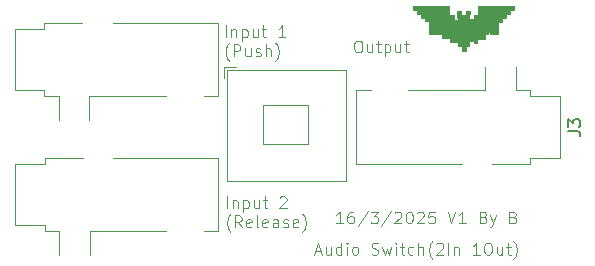
<source format=gbr>
%TF.GenerationSoftware,KiCad,Pcbnew,8.0.8*%
%TF.CreationDate,2025-03-16T01:19:43+08:00*%
%TF.ProjectId,TwoWayAudioSwitch-V1,54776f57-6179-4417-9564-696f53776974,rev?*%
%TF.SameCoordinates,Original*%
%TF.FileFunction,Legend,Top*%
%TF.FilePolarity,Positive*%
%FSLAX46Y46*%
G04 Gerber Fmt 4.6, Leading zero omitted, Abs format (unit mm)*
G04 Created by KiCad (PCBNEW 8.0.8) date 2025-03-16 01:19:43*
%MOMM*%
%LPD*%
G01*
G04 APERTURE LIST*
%ADD10C,0.100000*%
%ADD11C,0.150000*%
%ADD12C,0.120000*%
%ADD13C,0.000000*%
G04 APERTURE END LIST*
D10*
X136663760Y-67960419D02*
X136854236Y-67960419D01*
X136854236Y-67960419D02*
X136949474Y-68008038D01*
X136949474Y-68008038D02*
X137044712Y-68103276D01*
X137044712Y-68103276D02*
X137092331Y-68293752D01*
X137092331Y-68293752D02*
X137092331Y-68627085D01*
X137092331Y-68627085D02*
X137044712Y-68817561D01*
X137044712Y-68817561D02*
X136949474Y-68912800D01*
X136949474Y-68912800D02*
X136854236Y-68960419D01*
X136854236Y-68960419D02*
X136663760Y-68960419D01*
X136663760Y-68960419D02*
X136568522Y-68912800D01*
X136568522Y-68912800D02*
X136473284Y-68817561D01*
X136473284Y-68817561D02*
X136425665Y-68627085D01*
X136425665Y-68627085D02*
X136425665Y-68293752D01*
X136425665Y-68293752D02*
X136473284Y-68103276D01*
X136473284Y-68103276D02*
X136568522Y-68008038D01*
X136568522Y-68008038D02*
X136663760Y-67960419D01*
X137949474Y-68293752D02*
X137949474Y-68960419D01*
X137520903Y-68293752D02*
X137520903Y-68817561D01*
X137520903Y-68817561D02*
X137568522Y-68912800D01*
X137568522Y-68912800D02*
X137663760Y-68960419D01*
X137663760Y-68960419D02*
X137806617Y-68960419D01*
X137806617Y-68960419D02*
X137901855Y-68912800D01*
X137901855Y-68912800D02*
X137949474Y-68865180D01*
X138282808Y-68293752D02*
X138663760Y-68293752D01*
X138425665Y-67960419D02*
X138425665Y-68817561D01*
X138425665Y-68817561D02*
X138473284Y-68912800D01*
X138473284Y-68912800D02*
X138568522Y-68960419D01*
X138568522Y-68960419D02*
X138663760Y-68960419D01*
X138997094Y-68293752D02*
X138997094Y-69293752D01*
X138997094Y-68341371D02*
X139092332Y-68293752D01*
X139092332Y-68293752D02*
X139282808Y-68293752D01*
X139282808Y-68293752D02*
X139378046Y-68341371D01*
X139378046Y-68341371D02*
X139425665Y-68388990D01*
X139425665Y-68388990D02*
X139473284Y-68484228D01*
X139473284Y-68484228D02*
X139473284Y-68769942D01*
X139473284Y-68769942D02*
X139425665Y-68865180D01*
X139425665Y-68865180D02*
X139378046Y-68912800D01*
X139378046Y-68912800D02*
X139282808Y-68960419D01*
X139282808Y-68960419D02*
X139092332Y-68960419D01*
X139092332Y-68960419D02*
X138997094Y-68912800D01*
X140330427Y-68293752D02*
X140330427Y-68960419D01*
X139901856Y-68293752D02*
X139901856Y-68817561D01*
X139901856Y-68817561D02*
X139949475Y-68912800D01*
X139949475Y-68912800D02*
X140044713Y-68960419D01*
X140044713Y-68960419D02*
X140187570Y-68960419D01*
X140187570Y-68960419D02*
X140282808Y-68912800D01*
X140282808Y-68912800D02*
X140330427Y-68865180D01*
X140663761Y-68293752D02*
X141044713Y-68293752D01*
X140806618Y-67960419D02*
X140806618Y-68817561D01*
X140806618Y-68817561D02*
X140854237Y-68912800D01*
X140854237Y-68912800D02*
X140949475Y-68960419D01*
X140949475Y-68960419D02*
X141044713Y-68960419D01*
X125652884Y-82158675D02*
X125652884Y-81158675D01*
X126129074Y-81492008D02*
X126129074Y-82158675D01*
X126129074Y-81587246D02*
X126176693Y-81539627D01*
X126176693Y-81539627D02*
X126271931Y-81492008D01*
X126271931Y-81492008D02*
X126414788Y-81492008D01*
X126414788Y-81492008D02*
X126510026Y-81539627D01*
X126510026Y-81539627D02*
X126557645Y-81634865D01*
X126557645Y-81634865D02*
X126557645Y-82158675D01*
X127033836Y-81492008D02*
X127033836Y-82492008D01*
X127033836Y-81539627D02*
X127129074Y-81492008D01*
X127129074Y-81492008D02*
X127319550Y-81492008D01*
X127319550Y-81492008D02*
X127414788Y-81539627D01*
X127414788Y-81539627D02*
X127462407Y-81587246D01*
X127462407Y-81587246D02*
X127510026Y-81682484D01*
X127510026Y-81682484D02*
X127510026Y-81968198D01*
X127510026Y-81968198D02*
X127462407Y-82063436D01*
X127462407Y-82063436D02*
X127414788Y-82111056D01*
X127414788Y-82111056D02*
X127319550Y-82158675D01*
X127319550Y-82158675D02*
X127129074Y-82158675D01*
X127129074Y-82158675D02*
X127033836Y-82111056D01*
X128367169Y-81492008D02*
X128367169Y-82158675D01*
X127938598Y-81492008D02*
X127938598Y-82015817D01*
X127938598Y-82015817D02*
X127986217Y-82111056D01*
X127986217Y-82111056D02*
X128081455Y-82158675D01*
X128081455Y-82158675D02*
X128224312Y-82158675D01*
X128224312Y-82158675D02*
X128319550Y-82111056D01*
X128319550Y-82111056D02*
X128367169Y-82063436D01*
X128700503Y-81492008D02*
X129081455Y-81492008D01*
X128843360Y-81158675D02*
X128843360Y-82015817D01*
X128843360Y-82015817D02*
X128890979Y-82111056D01*
X128890979Y-82111056D02*
X128986217Y-82158675D01*
X128986217Y-82158675D02*
X129081455Y-82158675D01*
X130129075Y-81253913D02*
X130176694Y-81206294D01*
X130176694Y-81206294D02*
X130271932Y-81158675D01*
X130271932Y-81158675D02*
X130510027Y-81158675D01*
X130510027Y-81158675D02*
X130605265Y-81206294D01*
X130605265Y-81206294D02*
X130652884Y-81253913D01*
X130652884Y-81253913D02*
X130700503Y-81349151D01*
X130700503Y-81349151D02*
X130700503Y-81444389D01*
X130700503Y-81444389D02*
X130652884Y-81587246D01*
X130652884Y-81587246D02*
X130081456Y-82158675D01*
X130081456Y-82158675D02*
X130700503Y-82158675D01*
X125938598Y-84149571D02*
X125890979Y-84101952D01*
X125890979Y-84101952D02*
X125795741Y-83959095D01*
X125795741Y-83959095D02*
X125748122Y-83863857D01*
X125748122Y-83863857D02*
X125700503Y-83721000D01*
X125700503Y-83721000D02*
X125652884Y-83482904D01*
X125652884Y-83482904D02*
X125652884Y-83292428D01*
X125652884Y-83292428D02*
X125700503Y-83054333D01*
X125700503Y-83054333D02*
X125748122Y-82911476D01*
X125748122Y-82911476D02*
X125795741Y-82816238D01*
X125795741Y-82816238D02*
X125890979Y-82673380D01*
X125890979Y-82673380D02*
X125938598Y-82625761D01*
X126890979Y-83768619D02*
X126557646Y-83292428D01*
X126319551Y-83768619D02*
X126319551Y-82768619D01*
X126319551Y-82768619D02*
X126700503Y-82768619D01*
X126700503Y-82768619D02*
X126795741Y-82816238D01*
X126795741Y-82816238D02*
X126843360Y-82863857D01*
X126843360Y-82863857D02*
X126890979Y-82959095D01*
X126890979Y-82959095D02*
X126890979Y-83101952D01*
X126890979Y-83101952D02*
X126843360Y-83197190D01*
X126843360Y-83197190D02*
X126795741Y-83244809D01*
X126795741Y-83244809D02*
X126700503Y-83292428D01*
X126700503Y-83292428D02*
X126319551Y-83292428D01*
X127700503Y-83721000D02*
X127605265Y-83768619D01*
X127605265Y-83768619D02*
X127414789Y-83768619D01*
X127414789Y-83768619D02*
X127319551Y-83721000D01*
X127319551Y-83721000D02*
X127271932Y-83625761D01*
X127271932Y-83625761D02*
X127271932Y-83244809D01*
X127271932Y-83244809D02*
X127319551Y-83149571D01*
X127319551Y-83149571D02*
X127414789Y-83101952D01*
X127414789Y-83101952D02*
X127605265Y-83101952D01*
X127605265Y-83101952D02*
X127700503Y-83149571D01*
X127700503Y-83149571D02*
X127748122Y-83244809D01*
X127748122Y-83244809D02*
X127748122Y-83340047D01*
X127748122Y-83340047D02*
X127271932Y-83435285D01*
X128319551Y-83768619D02*
X128224313Y-83721000D01*
X128224313Y-83721000D02*
X128176694Y-83625761D01*
X128176694Y-83625761D02*
X128176694Y-82768619D01*
X129081456Y-83721000D02*
X128986218Y-83768619D01*
X128986218Y-83768619D02*
X128795742Y-83768619D01*
X128795742Y-83768619D02*
X128700504Y-83721000D01*
X128700504Y-83721000D02*
X128652885Y-83625761D01*
X128652885Y-83625761D02*
X128652885Y-83244809D01*
X128652885Y-83244809D02*
X128700504Y-83149571D01*
X128700504Y-83149571D02*
X128795742Y-83101952D01*
X128795742Y-83101952D02*
X128986218Y-83101952D01*
X128986218Y-83101952D02*
X129081456Y-83149571D01*
X129081456Y-83149571D02*
X129129075Y-83244809D01*
X129129075Y-83244809D02*
X129129075Y-83340047D01*
X129129075Y-83340047D02*
X128652885Y-83435285D01*
X129986218Y-83768619D02*
X129986218Y-83244809D01*
X129986218Y-83244809D02*
X129938599Y-83149571D01*
X129938599Y-83149571D02*
X129843361Y-83101952D01*
X129843361Y-83101952D02*
X129652885Y-83101952D01*
X129652885Y-83101952D02*
X129557647Y-83149571D01*
X129986218Y-83721000D02*
X129890980Y-83768619D01*
X129890980Y-83768619D02*
X129652885Y-83768619D01*
X129652885Y-83768619D02*
X129557647Y-83721000D01*
X129557647Y-83721000D02*
X129510028Y-83625761D01*
X129510028Y-83625761D02*
X129510028Y-83530523D01*
X129510028Y-83530523D02*
X129557647Y-83435285D01*
X129557647Y-83435285D02*
X129652885Y-83387666D01*
X129652885Y-83387666D02*
X129890980Y-83387666D01*
X129890980Y-83387666D02*
X129986218Y-83340047D01*
X130414790Y-83721000D02*
X130510028Y-83768619D01*
X130510028Y-83768619D02*
X130700504Y-83768619D01*
X130700504Y-83768619D02*
X130795742Y-83721000D01*
X130795742Y-83721000D02*
X130843361Y-83625761D01*
X130843361Y-83625761D02*
X130843361Y-83578142D01*
X130843361Y-83578142D02*
X130795742Y-83482904D01*
X130795742Y-83482904D02*
X130700504Y-83435285D01*
X130700504Y-83435285D02*
X130557647Y-83435285D01*
X130557647Y-83435285D02*
X130462409Y-83387666D01*
X130462409Y-83387666D02*
X130414790Y-83292428D01*
X130414790Y-83292428D02*
X130414790Y-83244809D01*
X130414790Y-83244809D02*
X130462409Y-83149571D01*
X130462409Y-83149571D02*
X130557647Y-83101952D01*
X130557647Y-83101952D02*
X130700504Y-83101952D01*
X130700504Y-83101952D02*
X130795742Y-83149571D01*
X131652885Y-83721000D02*
X131557647Y-83768619D01*
X131557647Y-83768619D02*
X131367171Y-83768619D01*
X131367171Y-83768619D02*
X131271933Y-83721000D01*
X131271933Y-83721000D02*
X131224314Y-83625761D01*
X131224314Y-83625761D02*
X131224314Y-83244809D01*
X131224314Y-83244809D02*
X131271933Y-83149571D01*
X131271933Y-83149571D02*
X131367171Y-83101952D01*
X131367171Y-83101952D02*
X131557647Y-83101952D01*
X131557647Y-83101952D02*
X131652885Y-83149571D01*
X131652885Y-83149571D02*
X131700504Y-83244809D01*
X131700504Y-83244809D02*
X131700504Y-83340047D01*
X131700504Y-83340047D02*
X131224314Y-83435285D01*
X132033838Y-84149571D02*
X132081457Y-84101952D01*
X132081457Y-84101952D02*
X132176695Y-83959095D01*
X132176695Y-83959095D02*
X132224314Y-83863857D01*
X132224314Y-83863857D02*
X132271933Y-83721000D01*
X132271933Y-83721000D02*
X132319552Y-83482904D01*
X132319552Y-83482904D02*
X132319552Y-83292428D01*
X132319552Y-83292428D02*
X132271933Y-83054333D01*
X132271933Y-83054333D02*
X132224314Y-82911476D01*
X132224314Y-82911476D02*
X132176695Y-82816238D01*
X132176695Y-82816238D02*
X132081457Y-82673380D01*
X132081457Y-82673380D02*
X132033838Y-82625761D01*
X125551284Y-67680675D02*
X125551284Y-66680675D01*
X126027474Y-67014008D02*
X126027474Y-67680675D01*
X126027474Y-67109246D02*
X126075093Y-67061627D01*
X126075093Y-67061627D02*
X126170331Y-67014008D01*
X126170331Y-67014008D02*
X126313188Y-67014008D01*
X126313188Y-67014008D02*
X126408426Y-67061627D01*
X126408426Y-67061627D02*
X126456045Y-67156865D01*
X126456045Y-67156865D02*
X126456045Y-67680675D01*
X126932236Y-67014008D02*
X126932236Y-68014008D01*
X126932236Y-67061627D02*
X127027474Y-67014008D01*
X127027474Y-67014008D02*
X127217950Y-67014008D01*
X127217950Y-67014008D02*
X127313188Y-67061627D01*
X127313188Y-67061627D02*
X127360807Y-67109246D01*
X127360807Y-67109246D02*
X127408426Y-67204484D01*
X127408426Y-67204484D02*
X127408426Y-67490198D01*
X127408426Y-67490198D02*
X127360807Y-67585436D01*
X127360807Y-67585436D02*
X127313188Y-67633056D01*
X127313188Y-67633056D02*
X127217950Y-67680675D01*
X127217950Y-67680675D02*
X127027474Y-67680675D01*
X127027474Y-67680675D02*
X126932236Y-67633056D01*
X128265569Y-67014008D02*
X128265569Y-67680675D01*
X127836998Y-67014008D02*
X127836998Y-67537817D01*
X127836998Y-67537817D02*
X127884617Y-67633056D01*
X127884617Y-67633056D02*
X127979855Y-67680675D01*
X127979855Y-67680675D02*
X128122712Y-67680675D01*
X128122712Y-67680675D02*
X128217950Y-67633056D01*
X128217950Y-67633056D02*
X128265569Y-67585436D01*
X128598903Y-67014008D02*
X128979855Y-67014008D01*
X128741760Y-66680675D02*
X128741760Y-67537817D01*
X128741760Y-67537817D02*
X128789379Y-67633056D01*
X128789379Y-67633056D02*
X128884617Y-67680675D01*
X128884617Y-67680675D02*
X128979855Y-67680675D01*
X130598903Y-67680675D02*
X130027475Y-67680675D01*
X130313189Y-67680675D02*
X130313189Y-66680675D01*
X130313189Y-66680675D02*
X130217951Y-66823532D01*
X130217951Y-66823532D02*
X130122713Y-66918770D01*
X130122713Y-66918770D02*
X130027475Y-66966389D01*
X125836998Y-69671571D02*
X125789379Y-69623952D01*
X125789379Y-69623952D02*
X125694141Y-69481095D01*
X125694141Y-69481095D02*
X125646522Y-69385857D01*
X125646522Y-69385857D02*
X125598903Y-69243000D01*
X125598903Y-69243000D02*
X125551284Y-69004904D01*
X125551284Y-69004904D02*
X125551284Y-68814428D01*
X125551284Y-68814428D02*
X125598903Y-68576333D01*
X125598903Y-68576333D02*
X125646522Y-68433476D01*
X125646522Y-68433476D02*
X125694141Y-68338238D01*
X125694141Y-68338238D02*
X125789379Y-68195380D01*
X125789379Y-68195380D02*
X125836998Y-68147761D01*
X126217951Y-69290619D02*
X126217951Y-68290619D01*
X126217951Y-68290619D02*
X126598903Y-68290619D01*
X126598903Y-68290619D02*
X126694141Y-68338238D01*
X126694141Y-68338238D02*
X126741760Y-68385857D01*
X126741760Y-68385857D02*
X126789379Y-68481095D01*
X126789379Y-68481095D02*
X126789379Y-68623952D01*
X126789379Y-68623952D02*
X126741760Y-68719190D01*
X126741760Y-68719190D02*
X126694141Y-68766809D01*
X126694141Y-68766809D02*
X126598903Y-68814428D01*
X126598903Y-68814428D02*
X126217951Y-68814428D01*
X127646522Y-68623952D02*
X127646522Y-69290619D01*
X127217951Y-68623952D02*
X127217951Y-69147761D01*
X127217951Y-69147761D02*
X127265570Y-69243000D01*
X127265570Y-69243000D02*
X127360808Y-69290619D01*
X127360808Y-69290619D02*
X127503665Y-69290619D01*
X127503665Y-69290619D02*
X127598903Y-69243000D01*
X127598903Y-69243000D02*
X127646522Y-69195380D01*
X128075094Y-69243000D02*
X128170332Y-69290619D01*
X128170332Y-69290619D02*
X128360808Y-69290619D01*
X128360808Y-69290619D02*
X128456046Y-69243000D01*
X128456046Y-69243000D02*
X128503665Y-69147761D01*
X128503665Y-69147761D02*
X128503665Y-69100142D01*
X128503665Y-69100142D02*
X128456046Y-69004904D01*
X128456046Y-69004904D02*
X128360808Y-68957285D01*
X128360808Y-68957285D02*
X128217951Y-68957285D01*
X128217951Y-68957285D02*
X128122713Y-68909666D01*
X128122713Y-68909666D02*
X128075094Y-68814428D01*
X128075094Y-68814428D02*
X128075094Y-68766809D01*
X128075094Y-68766809D02*
X128122713Y-68671571D01*
X128122713Y-68671571D02*
X128217951Y-68623952D01*
X128217951Y-68623952D02*
X128360808Y-68623952D01*
X128360808Y-68623952D02*
X128456046Y-68671571D01*
X128932237Y-69290619D02*
X128932237Y-68290619D01*
X129360808Y-69290619D02*
X129360808Y-68766809D01*
X129360808Y-68766809D02*
X129313189Y-68671571D01*
X129313189Y-68671571D02*
X129217951Y-68623952D01*
X129217951Y-68623952D02*
X129075094Y-68623952D01*
X129075094Y-68623952D02*
X128979856Y-68671571D01*
X128979856Y-68671571D02*
X128932237Y-68719190D01*
X129741761Y-69671571D02*
X129789380Y-69623952D01*
X129789380Y-69623952D02*
X129884618Y-69481095D01*
X129884618Y-69481095D02*
X129932237Y-69385857D01*
X129932237Y-69385857D02*
X129979856Y-69243000D01*
X129979856Y-69243000D02*
X130027475Y-69004904D01*
X130027475Y-69004904D02*
X130027475Y-68814428D01*
X130027475Y-68814428D02*
X129979856Y-68576333D01*
X129979856Y-68576333D02*
X129932237Y-68433476D01*
X129932237Y-68433476D02*
X129884618Y-68338238D01*
X129884618Y-68338238D02*
X129789380Y-68195380D01*
X129789380Y-68195380D02*
X129741761Y-68147761D01*
X133098265Y-85794304D02*
X133574455Y-85794304D01*
X133003027Y-86080019D02*
X133336360Y-85080019D01*
X133336360Y-85080019D02*
X133669693Y-86080019D01*
X134431598Y-85413352D02*
X134431598Y-86080019D01*
X134003027Y-85413352D02*
X134003027Y-85937161D01*
X134003027Y-85937161D02*
X134050646Y-86032400D01*
X134050646Y-86032400D02*
X134145884Y-86080019D01*
X134145884Y-86080019D02*
X134288741Y-86080019D01*
X134288741Y-86080019D02*
X134383979Y-86032400D01*
X134383979Y-86032400D02*
X134431598Y-85984780D01*
X135336360Y-86080019D02*
X135336360Y-85080019D01*
X135336360Y-86032400D02*
X135241122Y-86080019D01*
X135241122Y-86080019D02*
X135050646Y-86080019D01*
X135050646Y-86080019D02*
X134955408Y-86032400D01*
X134955408Y-86032400D02*
X134907789Y-85984780D01*
X134907789Y-85984780D02*
X134860170Y-85889542D01*
X134860170Y-85889542D02*
X134860170Y-85603828D01*
X134860170Y-85603828D02*
X134907789Y-85508590D01*
X134907789Y-85508590D02*
X134955408Y-85460971D01*
X134955408Y-85460971D02*
X135050646Y-85413352D01*
X135050646Y-85413352D02*
X135241122Y-85413352D01*
X135241122Y-85413352D02*
X135336360Y-85460971D01*
X135812551Y-86080019D02*
X135812551Y-85413352D01*
X135812551Y-85080019D02*
X135764932Y-85127638D01*
X135764932Y-85127638D02*
X135812551Y-85175257D01*
X135812551Y-85175257D02*
X135860170Y-85127638D01*
X135860170Y-85127638D02*
X135812551Y-85080019D01*
X135812551Y-85080019D02*
X135812551Y-85175257D01*
X136431598Y-86080019D02*
X136336360Y-86032400D01*
X136336360Y-86032400D02*
X136288741Y-85984780D01*
X136288741Y-85984780D02*
X136241122Y-85889542D01*
X136241122Y-85889542D02*
X136241122Y-85603828D01*
X136241122Y-85603828D02*
X136288741Y-85508590D01*
X136288741Y-85508590D02*
X136336360Y-85460971D01*
X136336360Y-85460971D02*
X136431598Y-85413352D01*
X136431598Y-85413352D02*
X136574455Y-85413352D01*
X136574455Y-85413352D02*
X136669693Y-85460971D01*
X136669693Y-85460971D02*
X136717312Y-85508590D01*
X136717312Y-85508590D02*
X136764931Y-85603828D01*
X136764931Y-85603828D02*
X136764931Y-85889542D01*
X136764931Y-85889542D02*
X136717312Y-85984780D01*
X136717312Y-85984780D02*
X136669693Y-86032400D01*
X136669693Y-86032400D02*
X136574455Y-86080019D01*
X136574455Y-86080019D02*
X136431598Y-86080019D01*
X137907789Y-86032400D02*
X138050646Y-86080019D01*
X138050646Y-86080019D02*
X138288741Y-86080019D01*
X138288741Y-86080019D02*
X138383979Y-86032400D01*
X138383979Y-86032400D02*
X138431598Y-85984780D01*
X138431598Y-85984780D02*
X138479217Y-85889542D01*
X138479217Y-85889542D02*
X138479217Y-85794304D01*
X138479217Y-85794304D02*
X138431598Y-85699066D01*
X138431598Y-85699066D02*
X138383979Y-85651447D01*
X138383979Y-85651447D02*
X138288741Y-85603828D01*
X138288741Y-85603828D02*
X138098265Y-85556209D01*
X138098265Y-85556209D02*
X138003027Y-85508590D01*
X138003027Y-85508590D02*
X137955408Y-85460971D01*
X137955408Y-85460971D02*
X137907789Y-85365733D01*
X137907789Y-85365733D02*
X137907789Y-85270495D01*
X137907789Y-85270495D02*
X137955408Y-85175257D01*
X137955408Y-85175257D02*
X138003027Y-85127638D01*
X138003027Y-85127638D02*
X138098265Y-85080019D01*
X138098265Y-85080019D02*
X138336360Y-85080019D01*
X138336360Y-85080019D02*
X138479217Y-85127638D01*
X138812551Y-85413352D02*
X139003027Y-86080019D01*
X139003027Y-86080019D02*
X139193503Y-85603828D01*
X139193503Y-85603828D02*
X139383979Y-86080019D01*
X139383979Y-86080019D02*
X139574455Y-85413352D01*
X139955408Y-86080019D02*
X139955408Y-85413352D01*
X139955408Y-85080019D02*
X139907789Y-85127638D01*
X139907789Y-85127638D02*
X139955408Y-85175257D01*
X139955408Y-85175257D02*
X140003027Y-85127638D01*
X140003027Y-85127638D02*
X139955408Y-85080019D01*
X139955408Y-85080019D02*
X139955408Y-85175257D01*
X140288741Y-85413352D02*
X140669693Y-85413352D01*
X140431598Y-85080019D02*
X140431598Y-85937161D01*
X140431598Y-85937161D02*
X140479217Y-86032400D01*
X140479217Y-86032400D02*
X140574455Y-86080019D01*
X140574455Y-86080019D02*
X140669693Y-86080019D01*
X141431598Y-86032400D02*
X141336360Y-86080019D01*
X141336360Y-86080019D02*
X141145884Y-86080019D01*
X141145884Y-86080019D02*
X141050646Y-86032400D01*
X141050646Y-86032400D02*
X141003027Y-85984780D01*
X141003027Y-85984780D02*
X140955408Y-85889542D01*
X140955408Y-85889542D02*
X140955408Y-85603828D01*
X140955408Y-85603828D02*
X141003027Y-85508590D01*
X141003027Y-85508590D02*
X141050646Y-85460971D01*
X141050646Y-85460971D02*
X141145884Y-85413352D01*
X141145884Y-85413352D02*
X141336360Y-85413352D01*
X141336360Y-85413352D02*
X141431598Y-85460971D01*
X141860170Y-86080019D02*
X141860170Y-85080019D01*
X142288741Y-86080019D02*
X142288741Y-85556209D01*
X142288741Y-85556209D02*
X142241122Y-85460971D01*
X142241122Y-85460971D02*
X142145884Y-85413352D01*
X142145884Y-85413352D02*
X142003027Y-85413352D01*
X142003027Y-85413352D02*
X141907789Y-85460971D01*
X141907789Y-85460971D02*
X141860170Y-85508590D01*
X143050646Y-86460971D02*
X143003027Y-86413352D01*
X143003027Y-86413352D02*
X142907789Y-86270495D01*
X142907789Y-86270495D02*
X142860170Y-86175257D01*
X142860170Y-86175257D02*
X142812551Y-86032400D01*
X142812551Y-86032400D02*
X142764932Y-85794304D01*
X142764932Y-85794304D02*
X142764932Y-85603828D01*
X142764932Y-85603828D02*
X142812551Y-85365733D01*
X142812551Y-85365733D02*
X142860170Y-85222876D01*
X142860170Y-85222876D02*
X142907789Y-85127638D01*
X142907789Y-85127638D02*
X143003027Y-84984780D01*
X143003027Y-84984780D02*
X143050646Y-84937161D01*
X143383980Y-85175257D02*
X143431599Y-85127638D01*
X143431599Y-85127638D02*
X143526837Y-85080019D01*
X143526837Y-85080019D02*
X143764932Y-85080019D01*
X143764932Y-85080019D02*
X143860170Y-85127638D01*
X143860170Y-85127638D02*
X143907789Y-85175257D01*
X143907789Y-85175257D02*
X143955408Y-85270495D01*
X143955408Y-85270495D02*
X143955408Y-85365733D01*
X143955408Y-85365733D02*
X143907789Y-85508590D01*
X143907789Y-85508590D02*
X143336361Y-86080019D01*
X143336361Y-86080019D02*
X143955408Y-86080019D01*
X144383980Y-86080019D02*
X144383980Y-85080019D01*
X144860170Y-85413352D02*
X144860170Y-86080019D01*
X144860170Y-85508590D02*
X144907789Y-85460971D01*
X144907789Y-85460971D02*
X145003027Y-85413352D01*
X145003027Y-85413352D02*
X145145884Y-85413352D01*
X145145884Y-85413352D02*
X145241122Y-85460971D01*
X145241122Y-85460971D02*
X145288741Y-85556209D01*
X145288741Y-85556209D02*
X145288741Y-86080019D01*
X147050646Y-86080019D02*
X146479218Y-86080019D01*
X146764932Y-86080019D02*
X146764932Y-85080019D01*
X146764932Y-85080019D02*
X146669694Y-85222876D01*
X146669694Y-85222876D02*
X146574456Y-85318114D01*
X146574456Y-85318114D02*
X146479218Y-85365733D01*
X147669694Y-85080019D02*
X147860170Y-85080019D01*
X147860170Y-85080019D02*
X147955408Y-85127638D01*
X147955408Y-85127638D02*
X148050646Y-85222876D01*
X148050646Y-85222876D02*
X148098265Y-85413352D01*
X148098265Y-85413352D02*
X148098265Y-85746685D01*
X148098265Y-85746685D02*
X148050646Y-85937161D01*
X148050646Y-85937161D02*
X147955408Y-86032400D01*
X147955408Y-86032400D02*
X147860170Y-86080019D01*
X147860170Y-86080019D02*
X147669694Y-86080019D01*
X147669694Y-86080019D02*
X147574456Y-86032400D01*
X147574456Y-86032400D02*
X147479218Y-85937161D01*
X147479218Y-85937161D02*
X147431599Y-85746685D01*
X147431599Y-85746685D02*
X147431599Y-85413352D01*
X147431599Y-85413352D02*
X147479218Y-85222876D01*
X147479218Y-85222876D02*
X147574456Y-85127638D01*
X147574456Y-85127638D02*
X147669694Y-85080019D01*
X148955408Y-85413352D02*
X148955408Y-86080019D01*
X148526837Y-85413352D02*
X148526837Y-85937161D01*
X148526837Y-85937161D02*
X148574456Y-86032400D01*
X148574456Y-86032400D02*
X148669694Y-86080019D01*
X148669694Y-86080019D02*
X148812551Y-86080019D01*
X148812551Y-86080019D02*
X148907789Y-86032400D01*
X148907789Y-86032400D02*
X148955408Y-85984780D01*
X149288742Y-85413352D02*
X149669694Y-85413352D01*
X149431599Y-85080019D02*
X149431599Y-85937161D01*
X149431599Y-85937161D02*
X149479218Y-86032400D01*
X149479218Y-86032400D02*
X149574456Y-86080019D01*
X149574456Y-86080019D02*
X149669694Y-86080019D01*
X149907790Y-86460971D02*
X149955409Y-86413352D01*
X149955409Y-86413352D02*
X150050647Y-86270495D01*
X150050647Y-86270495D02*
X150098266Y-86175257D01*
X150098266Y-86175257D02*
X150145885Y-86032400D01*
X150145885Y-86032400D02*
X150193504Y-85794304D01*
X150193504Y-85794304D02*
X150193504Y-85603828D01*
X150193504Y-85603828D02*
X150145885Y-85365733D01*
X150145885Y-85365733D02*
X150098266Y-85222876D01*
X150098266Y-85222876D02*
X150050647Y-85127638D01*
X150050647Y-85127638D02*
X149955409Y-84984780D01*
X149955409Y-84984780D02*
X149907790Y-84937161D01*
X135473093Y-83438419D02*
X134901665Y-83438419D01*
X135187379Y-83438419D02*
X135187379Y-82438419D01*
X135187379Y-82438419D02*
X135092141Y-82581276D01*
X135092141Y-82581276D02*
X134996903Y-82676514D01*
X134996903Y-82676514D02*
X134901665Y-82724133D01*
X136330236Y-82438419D02*
X136139760Y-82438419D01*
X136139760Y-82438419D02*
X136044522Y-82486038D01*
X136044522Y-82486038D02*
X135996903Y-82533657D01*
X135996903Y-82533657D02*
X135901665Y-82676514D01*
X135901665Y-82676514D02*
X135854046Y-82866990D01*
X135854046Y-82866990D02*
X135854046Y-83247942D01*
X135854046Y-83247942D02*
X135901665Y-83343180D01*
X135901665Y-83343180D02*
X135949284Y-83390800D01*
X135949284Y-83390800D02*
X136044522Y-83438419D01*
X136044522Y-83438419D02*
X136234998Y-83438419D01*
X136234998Y-83438419D02*
X136330236Y-83390800D01*
X136330236Y-83390800D02*
X136377855Y-83343180D01*
X136377855Y-83343180D02*
X136425474Y-83247942D01*
X136425474Y-83247942D02*
X136425474Y-83009847D01*
X136425474Y-83009847D02*
X136377855Y-82914609D01*
X136377855Y-82914609D02*
X136330236Y-82866990D01*
X136330236Y-82866990D02*
X136234998Y-82819371D01*
X136234998Y-82819371D02*
X136044522Y-82819371D01*
X136044522Y-82819371D02*
X135949284Y-82866990D01*
X135949284Y-82866990D02*
X135901665Y-82914609D01*
X135901665Y-82914609D02*
X135854046Y-83009847D01*
X137568331Y-82390800D02*
X136711189Y-83676514D01*
X137806427Y-82438419D02*
X138425474Y-82438419D01*
X138425474Y-82438419D02*
X138092141Y-82819371D01*
X138092141Y-82819371D02*
X138234998Y-82819371D01*
X138234998Y-82819371D02*
X138330236Y-82866990D01*
X138330236Y-82866990D02*
X138377855Y-82914609D01*
X138377855Y-82914609D02*
X138425474Y-83009847D01*
X138425474Y-83009847D02*
X138425474Y-83247942D01*
X138425474Y-83247942D02*
X138377855Y-83343180D01*
X138377855Y-83343180D02*
X138330236Y-83390800D01*
X138330236Y-83390800D02*
X138234998Y-83438419D01*
X138234998Y-83438419D02*
X137949284Y-83438419D01*
X137949284Y-83438419D02*
X137854046Y-83390800D01*
X137854046Y-83390800D02*
X137806427Y-83343180D01*
X139568331Y-82390800D02*
X138711189Y-83676514D01*
X139854046Y-82533657D02*
X139901665Y-82486038D01*
X139901665Y-82486038D02*
X139996903Y-82438419D01*
X139996903Y-82438419D02*
X140234998Y-82438419D01*
X140234998Y-82438419D02*
X140330236Y-82486038D01*
X140330236Y-82486038D02*
X140377855Y-82533657D01*
X140377855Y-82533657D02*
X140425474Y-82628895D01*
X140425474Y-82628895D02*
X140425474Y-82724133D01*
X140425474Y-82724133D02*
X140377855Y-82866990D01*
X140377855Y-82866990D02*
X139806427Y-83438419D01*
X139806427Y-83438419D02*
X140425474Y-83438419D01*
X141044522Y-82438419D02*
X141139760Y-82438419D01*
X141139760Y-82438419D02*
X141234998Y-82486038D01*
X141234998Y-82486038D02*
X141282617Y-82533657D01*
X141282617Y-82533657D02*
X141330236Y-82628895D01*
X141330236Y-82628895D02*
X141377855Y-82819371D01*
X141377855Y-82819371D02*
X141377855Y-83057466D01*
X141377855Y-83057466D02*
X141330236Y-83247942D01*
X141330236Y-83247942D02*
X141282617Y-83343180D01*
X141282617Y-83343180D02*
X141234998Y-83390800D01*
X141234998Y-83390800D02*
X141139760Y-83438419D01*
X141139760Y-83438419D02*
X141044522Y-83438419D01*
X141044522Y-83438419D02*
X140949284Y-83390800D01*
X140949284Y-83390800D02*
X140901665Y-83343180D01*
X140901665Y-83343180D02*
X140854046Y-83247942D01*
X140854046Y-83247942D02*
X140806427Y-83057466D01*
X140806427Y-83057466D02*
X140806427Y-82819371D01*
X140806427Y-82819371D02*
X140854046Y-82628895D01*
X140854046Y-82628895D02*
X140901665Y-82533657D01*
X140901665Y-82533657D02*
X140949284Y-82486038D01*
X140949284Y-82486038D02*
X141044522Y-82438419D01*
X141758808Y-82533657D02*
X141806427Y-82486038D01*
X141806427Y-82486038D02*
X141901665Y-82438419D01*
X141901665Y-82438419D02*
X142139760Y-82438419D01*
X142139760Y-82438419D02*
X142234998Y-82486038D01*
X142234998Y-82486038D02*
X142282617Y-82533657D01*
X142282617Y-82533657D02*
X142330236Y-82628895D01*
X142330236Y-82628895D02*
X142330236Y-82724133D01*
X142330236Y-82724133D02*
X142282617Y-82866990D01*
X142282617Y-82866990D02*
X141711189Y-83438419D01*
X141711189Y-83438419D02*
X142330236Y-83438419D01*
X143234998Y-82438419D02*
X142758808Y-82438419D01*
X142758808Y-82438419D02*
X142711189Y-82914609D01*
X142711189Y-82914609D02*
X142758808Y-82866990D01*
X142758808Y-82866990D02*
X142854046Y-82819371D01*
X142854046Y-82819371D02*
X143092141Y-82819371D01*
X143092141Y-82819371D02*
X143187379Y-82866990D01*
X143187379Y-82866990D02*
X143234998Y-82914609D01*
X143234998Y-82914609D02*
X143282617Y-83009847D01*
X143282617Y-83009847D02*
X143282617Y-83247942D01*
X143282617Y-83247942D02*
X143234998Y-83343180D01*
X143234998Y-83343180D02*
X143187379Y-83390800D01*
X143187379Y-83390800D02*
X143092141Y-83438419D01*
X143092141Y-83438419D02*
X142854046Y-83438419D01*
X142854046Y-83438419D02*
X142758808Y-83390800D01*
X142758808Y-83390800D02*
X142711189Y-83343180D01*
X144330237Y-82438419D02*
X144663570Y-83438419D01*
X144663570Y-83438419D02*
X144996903Y-82438419D01*
X145854046Y-83438419D02*
X145282618Y-83438419D01*
X145568332Y-83438419D02*
X145568332Y-82438419D01*
X145568332Y-82438419D02*
X145473094Y-82581276D01*
X145473094Y-82581276D02*
X145377856Y-82676514D01*
X145377856Y-82676514D02*
X145282618Y-82724133D01*
X147377856Y-82914609D02*
X147520713Y-82962228D01*
X147520713Y-82962228D02*
X147568332Y-83009847D01*
X147568332Y-83009847D02*
X147615951Y-83105085D01*
X147615951Y-83105085D02*
X147615951Y-83247942D01*
X147615951Y-83247942D02*
X147568332Y-83343180D01*
X147568332Y-83343180D02*
X147520713Y-83390800D01*
X147520713Y-83390800D02*
X147425475Y-83438419D01*
X147425475Y-83438419D02*
X147044523Y-83438419D01*
X147044523Y-83438419D02*
X147044523Y-82438419D01*
X147044523Y-82438419D02*
X147377856Y-82438419D01*
X147377856Y-82438419D02*
X147473094Y-82486038D01*
X147473094Y-82486038D02*
X147520713Y-82533657D01*
X147520713Y-82533657D02*
X147568332Y-82628895D01*
X147568332Y-82628895D02*
X147568332Y-82724133D01*
X147568332Y-82724133D02*
X147520713Y-82819371D01*
X147520713Y-82819371D02*
X147473094Y-82866990D01*
X147473094Y-82866990D02*
X147377856Y-82914609D01*
X147377856Y-82914609D02*
X147044523Y-82914609D01*
X147949285Y-82771752D02*
X148187380Y-83438419D01*
X148425475Y-82771752D02*
X148187380Y-83438419D01*
X148187380Y-83438419D02*
X148092142Y-83676514D01*
X148092142Y-83676514D02*
X148044523Y-83724133D01*
X148044523Y-83724133D02*
X147949285Y-83771752D01*
X149901666Y-82914609D02*
X150044523Y-82962228D01*
X150044523Y-82962228D02*
X150092142Y-83009847D01*
X150092142Y-83009847D02*
X150139761Y-83105085D01*
X150139761Y-83105085D02*
X150139761Y-83247942D01*
X150139761Y-83247942D02*
X150092142Y-83343180D01*
X150092142Y-83343180D02*
X150044523Y-83390800D01*
X150044523Y-83390800D02*
X149949285Y-83438419D01*
X149949285Y-83438419D02*
X149568333Y-83438419D01*
X149568333Y-83438419D02*
X149568333Y-82438419D01*
X149568333Y-82438419D02*
X149901666Y-82438419D01*
X149901666Y-82438419D02*
X149996904Y-82486038D01*
X149996904Y-82486038D02*
X150044523Y-82533657D01*
X150044523Y-82533657D02*
X150092142Y-82628895D01*
X150092142Y-82628895D02*
X150092142Y-82724133D01*
X150092142Y-82724133D02*
X150044523Y-82819371D01*
X150044523Y-82819371D02*
X149996904Y-82866990D01*
X149996904Y-82866990D02*
X149901666Y-82914609D01*
X149901666Y-82914609D02*
X149568333Y-82914609D01*
D11*
X154566619Y-75618933D02*
X155280904Y-75618933D01*
X155280904Y-75618933D02*
X155423761Y-75666552D01*
X155423761Y-75666552D02*
X155519000Y-75761790D01*
X155519000Y-75761790D02*
X155566619Y-75904647D01*
X155566619Y-75904647D02*
X155566619Y-75999885D01*
X154566619Y-75237980D02*
X154566619Y-74618933D01*
X154566619Y-74618933D02*
X154947571Y-74952266D01*
X154947571Y-74952266D02*
X154947571Y-74809409D01*
X154947571Y-74809409D02*
X154995190Y-74714171D01*
X154995190Y-74714171D02*
X155042809Y-74666552D01*
X155042809Y-74666552D02*
X155138047Y-74618933D01*
X155138047Y-74618933D02*
X155376142Y-74618933D01*
X155376142Y-74618933D02*
X155471380Y-74666552D01*
X155471380Y-74666552D02*
X155519000Y-74714171D01*
X155519000Y-74714171D02*
X155566619Y-74809409D01*
X155566619Y-74809409D02*
X155566619Y-75095123D01*
X155566619Y-75095123D02*
X155519000Y-75190361D01*
X155519000Y-75190361D02*
X155471380Y-75237980D01*
D12*
%TO.C,SW2*%
X125402200Y-71166000D02*
X125402200Y-70166000D01*
X125652200Y-79856000D02*
X125652200Y-70416000D01*
X126402200Y-70166000D02*
X125402200Y-70166000D01*
X128722200Y-73436000D02*
X128722200Y-76736000D01*
X132522200Y-73436000D02*
X128722200Y-73436000D01*
X132522200Y-73436000D02*
X132522200Y-76736000D01*
X132522200Y-76736000D02*
X128722200Y-76736000D01*
X135692200Y-70416000D02*
X125652200Y-70416000D01*
X135692200Y-79856000D02*
X125652200Y-79856000D01*
X135692200Y-79856000D02*
X135692200Y-70416000D01*
%TO.C,J3*%
X136611800Y-78385600D02*
X136611800Y-72185600D01*
X145511800Y-78385600D02*
X136611800Y-78385600D01*
X151311800Y-78385600D02*
X148111800Y-78385600D01*
X151311800Y-77885600D02*
X151311800Y-78385600D01*
X153811800Y-77885600D02*
X151311800Y-77885600D01*
X151311800Y-72685600D02*
X153811800Y-72685600D01*
X153811800Y-72685600D02*
X153811800Y-77885600D01*
X136611800Y-72185600D02*
X137811800Y-72185600D01*
X141011800Y-72185600D02*
X147511800Y-72185600D01*
X147511800Y-72185600D02*
X147511800Y-70185600D01*
X150111800Y-72185600D02*
X151311800Y-72185600D01*
X150111800Y-72185600D02*
X150111800Y-70185600D01*
X151311800Y-72185600D02*
X151311800Y-72685600D01*
%TO.C,J2*%
X124927800Y-77900600D02*
X124927800Y-84100600D01*
X116027800Y-77900600D02*
X124927800Y-77900600D01*
X110227800Y-77900600D02*
X113427800Y-77900600D01*
X110227800Y-78400600D02*
X110227800Y-77900600D01*
X107727800Y-78400600D02*
X110227800Y-78400600D01*
X110227800Y-83600600D02*
X107727800Y-83600600D01*
X107727800Y-83600600D02*
X107727800Y-78400600D01*
X124927800Y-84100600D02*
X123727800Y-84100600D01*
X120527800Y-84100600D02*
X114027800Y-84100600D01*
X114027800Y-84100600D02*
X114027800Y-86100600D01*
X111427800Y-84100600D02*
X110227800Y-84100600D01*
X111427800Y-84100600D02*
X111427800Y-86100600D01*
X110227800Y-84100600D02*
X110227800Y-83600600D01*
%TO.C,J1*%
X124897800Y-66479000D02*
X124897800Y-72679000D01*
X115997800Y-66479000D02*
X124897800Y-66479000D01*
X110197800Y-66479000D02*
X113397800Y-66479000D01*
X110197800Y-66979000D02*
X110197800Y-66479000D01*
X107697800Y-66979000D02*
X110197800Y-66979000D01*
X110197800Y-72179000D02*
X107697800Y-72179000D01*
X107697800Y-72179000D02*
X107697800Y-66979000D01*
X124897800Y-72679000D02*
X123697800Y-72679000D01*
X120497800Y-72679000D02*
X113997800Y-72679000D01*
X113997800Y-72679000D02*
X113997800Y-74679000D01*
X111397800Y-72679000D02*
X110197800Y-72679000D01*
X111397800Y-72679000D02*
X111397800Y-74679000D01*
X110197800Y-72679000D02*
X110197800Y-72179000D01*
D13*
%TO.C,G\u002A\u002A\u002A*%
G36*
X144526158Y-65402160D02*
G01*
X144526158Y-65765017D01*
X144636593Y-65765017D01*
X144693243Y-65767101D01*
X144732388Y-65772688D01*
X144747028Y-65780778D01*
X144747028Y-65780793D01*
X144761398Y-65789197D01*
X144798937Y-65794894D01*
X144841686Y-65796570D01*
X144936344Y-65796570D01*
X144936344Y-66017439D01*
X144936344Y-66238309D01*
X145078332Y-66238309D01*
X145220320Y-66238309D01*
X145220320Y-66175203D01*
X145217674Y-66133917D01*
X145206979Y-66115670D01*
X145188767Y-66112098D01*
X145178485Y-66110942D01*
X145170719Y-66104891D01*
X145165116Y-66090067D01*
X145161325Y-66062591D01*
X145158991Y-66018585D01*
X145157763Y-65954172D01*
X145157289Y-65865473D01*
X145157214Y-65765017D01*
X145157214Y-65417936D01*
X145362307Y-65417936D01*
X145567400Y-65417936D01*
X145567400Y-65607253D01*
X145567400Y-65796570D01*
X145718403Y-65796570D01*
X145798801Y-65794927D01*
X145852390Y-65789602D01*
X145883761Y-65779998D01*
X145891943Y-65774032D01*
X145903037Y-65753098D01*
X145910106Y-65713740D01*
X145913712Y-65651248D01*
X145914481Y-65584715D01*
X145914481Y-65417936D01*
X146103798Y-65417936D01*
X146293115Y-65417936D01*
X146293115Y-65607253D01*
X146291851Y-65690355D01*
X146288263Y-65751840D01*
X146282649Y-65788099D01*
X146277338Y-65796570D01*
X146270009Y-65811569D01*
X146264711Y-65853536D01*
X146261897Y-65917924D01*
X146261562Y-65954334D01*
X146261562Y-66112098D01*
X146419326Y-66112098D01*
X146577090Y-66112098D01*
X146577090Y-66222532D01*
X146579174Y-66279183D01*
X146584761Y-66318328D01*
X146592851Y-66332967D01*
X146592866Y-66332967D01*
X146599153Y-66317617D01*
X146603971Y-66273217D01*
X146607166Y-66202244D01*
X146608584Y-66107172D01*
X146608643Y-66080545D01*
X146608643Y-65828122D01*
X146750630Y-65828122D01*
X146892618Y-65828122D01*
X146892618Y-65449489D01*
X146892618Y-65070855D01*
X148486034Y-65070855D01*
X150079450Y-65070855D01*
X150079450Y-65260172D01*
X150079450Y-65449489D01*
X149905910Y-65449489D01*
X149732369Y-65449489D01*
X149732369Y-65607253D01*
X149732369Y-65765017D01*
X149527276Y-65765017D01*
X149322183Y-65765017D01*
X149322183Y-65938557D01*
X149322183Y-66112098D01*
X149180195Y-66112098D01*
X149038208Y-66112098D01*
X149038208Y-66285638D01*
X149038208Y-66459178D01*
X148848891Y-66459178D01*
X148659574Y-66459178D01*
X148659574Y-66964023D01*
X148659574Y-67468868D01*
X148296717Y-67468868D01*
X147933860Y-67468868D01*
X147933860Y-67405762D01*
X147933860Y-67342657D01*
X147870754Y-67342657D01*
X147807649Y-67342657D01*
X147807649Y-67405762D01*
X147807649Y-67468868D01*
X147712990Y-67468868D01*
X147618332Y-67468868D01*
X147618332Y-67673961D01*
X147618332Y-67879054D01*
X147271251Y-67879054D01*
X146924170Y-67879054D01*
X146924170Y-68052595D01*
X146924170Y-68226135D01*
X146734854Y-68226135D01*
X146545537Y-68226135D01*
X146545537Y-68147253D01*
X146545537Y-68068371D01*
X146387773Y-68068371D01*
X146230009Y-68068371D01*
X146230009Y-68305017D01*
X146230009Y-68541663D01*
X146088021Y-68541663D01*
X145946034Y-68541663D01*
X145946034Y-68715203D01*
X145946034Y-68888744D01*
X145756717Y-68888744D01*
X145567400Y-68888744D01*
X145567400Y-68699427D01*
X145567400Y-68510110D01*
X145393860Y-68510110D01*
X145220320Y-68510110D01*
X145220320Y-68336570D01*
X145220320Y-68163029D01*
X145062556Y-68163029D01*
X144989266Y-68164529D01*
X144936279Y-68168726D01*
X144908140Y-68175165D01*
X144904792Y-68178806D01*
X144889634Y-68185731D01*
X144846568Y-68190855D01*
X144779200Y-68193876D01*
X144715475Y-68194582D01*
X144526158Y-68194582D01*
X144526158Y-68005265D01*
X144526158Y-67815949D01*
X144368394Y-67815949D01*
X144295105Y-67817448D01*
X144242118Y-67821645D01*
X144213979Y-67828084D01*
X144210630Y-67831725D01*
X144195473Y-67838650D01*
X144152407Y-67843774D01*
X144085039Y-67846796D01*
X144021313Y-67847501D01*
X143831997Y-67847501D01*
X143831997Y-67658185D01*
X143831997Y-67468868D01*
X143658456Y-67468868D01*
X143580154Y-67470239D01*
X143522852Y-67474109D01*
X143490584Y-67480111D01*
X143484916Y-67484644D01*
X143469417Y-67490241D01*
X143423992Y-67494689D01*
X143350250Y-67497916D01*
X143249800Y-67499848D01*
X143137835Y-67500421D01*
X142790754Y-67500421D01*
X142790754Y-66964023D01*
X142790754Y-66427626D01*
X142601438Y-66427626D01*
X142412121Y-66427626D01*
X142412121Y-66269862D01*
X142412121Y-66112098D01*
X142254357Y-66112098D01*
X142096593Y-66112098D01*
X142096593Y-65938557D01*
X142096593Y-65765017D01*
X141907276Y-65765017D01*
X141717959Y-65765017D01*
X141717959Y-65591477D01*
X141717959Y-65417936D01*
X141575972Y-65417936D01*
X141433984Y-65417936D01*
X141433984Y-65228619D01*
X141433984Y-65039303D01*
X142980071Y-65039303D01*
X144526158Y-65039303D01*
X144526158Y-65402160D01*
G37*
%TD*%
M02*

</source>
